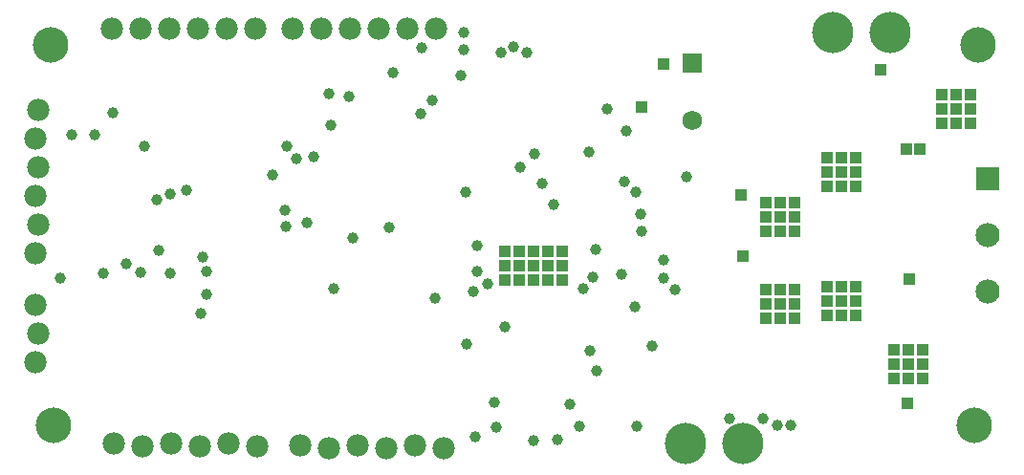
<source format=gbs>
G75*
G70*
%OFA0B0*%
%FSLAX24Y24*%
%IPPOS*%
%LPD*%
%AMOC8*
5,1,8,0,0,1.08239X$1,22.5*
%
%ADD10C,0.0780*%
%ADD11R,0.0437X0.0437*%
%ADD12C,0.1240*%
%ADD13C,0.1440*%
%ADD14C,0.0690*%
%ADD15R,0.0690X0.0690*%
%ADD16R,0.0840X0.0840*%
%ADD17C,0.0840*%
%ADD18C,0.0396*%
%ADD19R,0.0396X0.0396*%
D10*
X003841Y001107D03*
X004841Y001007D03*
X005841Y001107D03*
X006841Y001007D03*
X007841Y001107D03*
X008841Y001007D03*
X010337Y001057D03*
X011337Y000957D03*
X012337Y001057D03*
X013337Y000957D03*
X014337Y001057D03*
X015337Y000957D03*
X001114Y003960D03*
X001214Y004960D03*
X001114Y005960D03*
X001114Y007735D03*
X001214Y008735D03*
X001114Y009735D03*
X001214Y010735D03*
X001114Y011735D03*
X001214Y012735D03*
X003782Y015574D03*
X004782Y015574D03*
X005782Y015574D03*
X006782Y015574D03*
X007782Y015574D03*
X008782Y015574D03*
X010078Y015574D03*
X011078Y015574D03*
X012078Y015574D03*
X013078Y015574D03*
X014078Y015574D03*
X015078Y015574D03*
D11*
X026562Y009495D03*
X027062Y009495D03*
X027562Y009495D03*
X027562Y008995D03*
X027062Y008995D03*
X026562Y008995D03*
X026562Y008495D03*
X027062Y008495D03*
X027562Y008495D03*
X028708Y010074D03*
X029208Y010074D03*
X029708Y010074D03*
X029708Y010574D03*
X029208Y010574D03*
X028708Y010574D03*
X028708Y011074D03*
X029208Y011074D03*
X029708Y011074D03*
X032708Y012279D03*
X033208Y012279D03*
X033708Y012279D03*
X033708Y012779D03*
X033208Y012779D03*
X032708Y012779D03*
X032708Y013279D03*
X033208Y013279D03*
X033708Y013279D03*
X029708Y006586D03*
X029208Y006586D03*
X028708Y006586D03*
X028708Y006086D03*
X029208Y006086D03*
X029708Y006086D03*
X029708Y005586D03*
X029208Y005586D03*
X028708Y005586D03*
X027562Y005479D03*
X027062Y005479D03*
X026562Y005479D03*
X026562Y005979D03*
X027062Y005979D03*
X027562Y005979D03*
X027562Y006479D03*
X027062Y006479D03*
X026562Y006479D03*
X031042Y004381D03*
X031542Y004381D03*
X032042Y004381D03*
X032042Y003881D03*
X031542Y003881D03*
X031042Y003881D03*
X031042Y003381D03*
X031542Y003381D03*
X032042Y003381D03*
X019487Y006806D03*
X018987Y006806D03*
X018487Y006806D03*
X017987Y006806D03*
X017487Y006806D03*
X017487Y007306D03*
X017987Y007306D03*
X018487Y007306D03*
X018987Y007306D03*
X019487Y007306D03*
X019487Y007806D03*
X018987Y007806D03*
X018487Y007806D03*
X017987Y007806D03*
X017487Y007806D03*
D12*
X001755Y001755D03*
X001637Y015023D03*
X033841Y001755D03*
X033960Y015023D03*
D13*
X030904Y015456D03*
X028904Y015456D03*
X025786Y001125D03*
X023786Y001125D03*
D14*
X024017Y012372D03*
D15*
X024017Y014372D03*
D16*
X034302Y010338D03*
D17*
X034302Y008369D03*
X034302Y006401D03*
D18*
X026479Y001991D03*
X026963Y001735D03*
X027432Y001735D03*
X025302Y001991D03*
X022058Y001700D03*
X020074Y001727D03*
X019298Y001239D03*
X018487Y001204D03*
X017180Y001684D03*
X016456Y001357D03*
X017097Y002554D03*
X019727Y002471D03*
X020684Y003637D03*
X020456Y004353D03*
X022621Y004511D03*
X022015Y005865D03*
X023408Y006479D03*
X023015Y006873D03*
X022999Y007523D03*
X021554Y007015D03*
X020554Y006924D03*
X020208Y006515D03*
X020649Y007873D03*
X022239Y008519D03*
X022219Y009097D03*
X022030Y009865D03*
X021637Y010259D03*
X020412Y011282D03*
X021704Y012019D03*
X021046Y012779D03*
X018507Y011212D03*
X018011Y010755D03*
X018771Y010176D03*
X019176Y009444D03*
X016519Y007999D03*
X016519Y007109D03*
X016889Y006688D03*
X016361Y006412D03*
X015054Y006180D03*
X017463Y005184D03*
X016149Y004586D03*
X011503Y006523D03*
X012188Y008290D03*
X013432Y008645D03*
X010562Y008822D03*
X009826Y008684D03*
X009814Y009259D03*
X009389Y010479D03*
X010219Y011046D03*
X010822Y011105D03*
X009861Y011483D03*
X011400Y012227D03*
X011337Y013302D03*
X012038Y013216D03*
X013582Y014058D03*
X014558Y014901D03*
X016046Y014842D03*
X016046Y015436D03*
X017326Y014731D03*
X017786Y014944D03*
X018231Y014731D03*
X015928Y013960D03*
X014944Y013070D03*
X014550Y012621D03*
X016117Y009861D03*
X023802Y010416D03*
X007070Y007109D03*
X006924Y007605D03*
X005810Y007034D03*
X004778Y007070D03*
X004286Y007377D03*
X003471Y007038D03*
X001960Y006865D03*
X005397Y007842D03*
X005337Y009605D03*
X005802Y009822D03*
X006373Y009928D03*
X004897Y011491D03*
X003172Y011873D03*
X002385Y011873D03*
X003822Y012660D03*
X007070Y006322D03*
X006881Y005656D03*
D19*
X022227Y012838D03*
X023015Y014353D03*
X030570Y014153D03*
X031471Y011393D03*
X031956Y011393D03*
X025696Y009771D03*
X025771Y007660D03*
X031589Y006834D03*
X031503Y002511D03*
M02*

</source>
